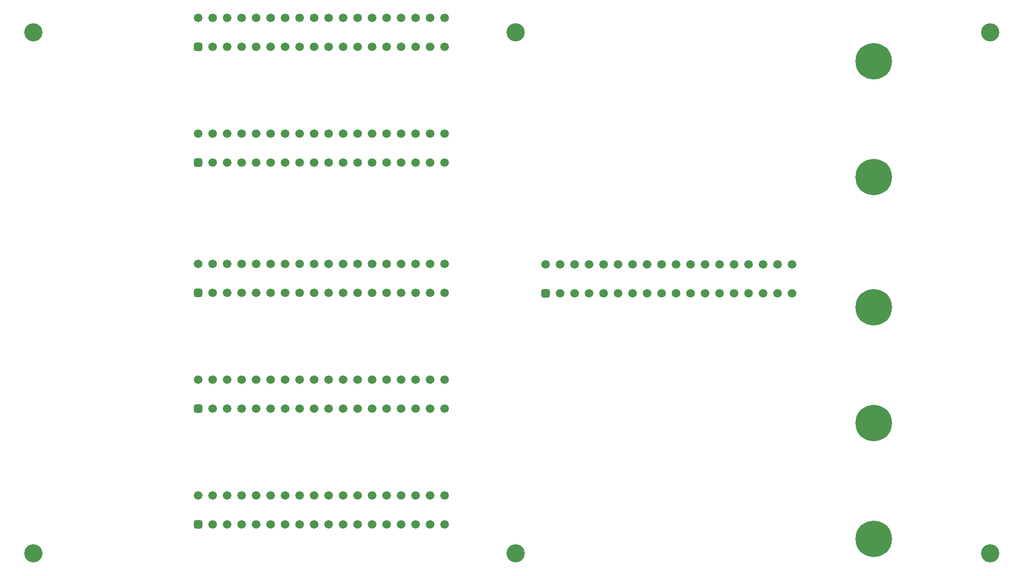
<source format=gts>
%TF.GenerationSoftware,KiCad,Pcbnew,8.0.7*%
%TF.CreationDate,2025-04-27T16:19:10+02:00*%
%TF.ProjectId,GPIO Backplane Board,4750494f-2042-4616-936b-706c616e6520,Pico GPIO Wide*%
%TF.SameCoordinates,Original*%
%TF.FileFunction,Soldermask,Top*%
%TF.FilePolarity,Negative*%
%FSLAX46Y46*%
G04 Gerber Fmt 4.6, Leading zero omitted, Abs format (unit mm)*
G04 Created by KiCad (PCBNEW 8.0.7) date 2025-04-27 16:19:10*
%MOMM*%
%LPD*%
G01*
G04 APERTURE LIST*
G04 Aperture macros list*
%AMRoundRect*
0 Rectangle with rounded corners*
0 $1 Rounding radius*
0 $2 $3 $4 $5 $6 $7 $8 $9 X,Y pos of 4 corners*
0 Add a 4 corners polygon primitive as box body*
4,1,4,$2,$3,$4,$5,$6,$7,$8,$9,$2,$3,0*
0 Add four circle primitives for the rounded corners*
1,1,$1+$1,$2,$3*
1,1,$1+$1,$4,$5*
1,1,$1+$1,$6,$7*
1,1,$1+$1,$8,$9*
0 Add four rect primitives between the rounded corners*
20,1,$1+$1,$2,$3,$4,$5,0*
20,1,$1+$1,$4,$5,$6,$7,0*
20,1,$1+$1,$6,$7,$8,$9,0*
20,1,$1+$1,$8,$9,$2,$3,0*%
G04 Aperture macros list end*
%ADD10C,6.400000*%
%ADD11C,1.500000*%
%ADD12RoundRect,0.375000X0.375000X0.375000X-0.375000X0.375000X-0.375000X-0.375000X0.375000X-0.375000X0*%
%ADD13C,3.200000*%
G04 APERTURE END LIST*
D10*
%TO.C,H1*%
X149758400Y22860000D03*
%TD*%
D11*
%TO.C,J6*%
X74549000Y30480000D03*
X74549000Y25400000D03*
X72009000Y30480000D03*
X72009001Y25400000D03*
X69469000Y30480000D03*
X69468999Y25400000D03*
X66929001Y30480000D03*
X66929000Y25400000D03*
X64388999Y30480000D03*
X64389000Y25400000D03*
X61849000Y30480000D03*
X61849000Y25400000D03*
X59309000Y30480000D03*
X59308999Y25400000D03*
X56769000Y30480000D03*
X56769000Y25400000D03*
X54229000Y30479999D03*
X54229000Y25400000D03*
X51689000Y30480000D03*
X51689000Y25400000D03*
X49149000Y30480000D03*
X49149001Y25400000D03*
X46609000Y30480000D03*
X46609000Y25400000D03*
X44069001Y30480000D03*
X44069000Y25400000D03*
X41528999Y30480000D03*
X41529000Y25400000D03*
X38989000Y30480000D03*
X38989000Y25400000D03*
X36449000Y30480000D03*
X36448999Y25400000D03*
X33909000Y30480000D03*
X33909000Y25400000D03*
X31369000Y30479999D03*
D12*
X31369000Y25400000D03*
%TD*%
D10*
%TO.C,H2*%
X149758400Y2540000D03*
%TD*%
D13*
%TO.C,H8*%
X2540000Y-63500000D03*
%TD*%
D10*
%TO.C,H3*%
X149758400Y-40640000D03*
%TD*%
%TO.C,H4*%
X149758400Y-60960000D03*
%TD*%
D11*
%TO.C,J1*%
X74549000Y-53340000D03*
X74549000Y-58420000D03*
X72009000Y-53340000D03*
X72009001Y-58420000D03*
X69469000Y-53340000D03*
X69468999Y-58420000D03*
X66929001Y-53340000D03*
X66929000Y-58420000D03*
X64388999Y-53340000D03*
X64389000Y-58420000D03*
X61849000Y-53340000D03*
X61849000Y-58420000D03*
X59309000Y-53340000D03*
X59308999Y-58420000D03*
X56769000Y-53340000D03*
X56769000Y-58420000D03*
X54229000Y-53340001D03*
X54229000Y-58420000D03*
X51689000Y-53340000D03*
X51689000Y-58420000D03*
X49149000Y-53340000D03*
X49149001Y-58420000D03*
X46609000Y-53340000D03*
X46609000Y-58420000D03*
X44069001Y-53340000D03*
X44069000Y-58420000D03*
X41528999Y-53340000D03*
X41529000Y-58420000D03*
X38989000Y-53340000D03*
X38989000Y-58420000D03*
X36449000Y-53340000D03*
X36448999Y-58420000D03*
X33909000Y-53340000D03*
X33909000Y-58420000D03*
X31369000Y-53340001D03*
D12*
X31369000Y-58420000D03*
%TD*%
D11*
%TO.C,J3*%
X74549000Y-33020000D03*
X74549000Y-38100000D03*
X72009000Y-33020000D03*
X72009001Y-38100000D03*
X69469000Y-33020000D03*
X69468999Y-38100000D03*
X66929001Y-33020000D03*
X66929000Y-38100000D03*
X64388999Y-33020000D03*
X64389000Y-38100000D03*
X61849000Y-33020000D03*
X61849000Y-38100000D03*
X59309000Y-33020000D03*
X59308999Y-38100000D03*
X56769000Y-33020000D03*
X56769000Y-38100000D03*
X54229000Y-33020001D03*
X54229000Y-38100000D03*
X51689000Y-33020000D03*
X51689000Y-38100000D03*
X49149000Y-33020000D03*
X49149001Y-38100000D03*
X46609000Y-33020000D03*
X46609000Y-38100000D03*
X44069001Y-33020000D03*
X44069000Y-38100000D03*
X41528999Y-33020000D03*
X41529000Y-38100000D03*
X38989000Y-33020000D03*
X38989000Y-38100000D03*
X36449000Y-33020000D03*
X36448999Y-38100000D03*
X33909000Y-33020000D03*
X33909000Y-38100000D03*
X31369000Y-33020001D03*
D12*
X31369000Y-38100000D03*
%TD*%
D13*
%TO.C,H9*%
X170180000Y-63500000D03*
%TD*%
D11*
%TO.C,J5*%
X74549000Y10160000D03*
X74549000Y5080000D03*
X72009000Y10160000D03*
X72009001Y5080000D03*
X69469000Y10160000D03*
X69468999Y5080000D03*
X66929001Y10160000D03*
X66929000Y5080000D03*
X64388999Y10160000D03*
X64389000Y5080000D03*
X61849000Y10160000D03*
X61849000Y5080000D03*
X59309000Y10160000D03*
X59308999Y5080000D03*
X56769000Y10160000D03*
X56769000Y5080000D03*
X54229000Y10159999D03*
X54229000Y5080000D03*
X51689000Y10160000D03*
X51689000Y5080000D03*
X49149000Y10160000D03*
X49149001Y5080000D03*
X46609000Y10160000D03*
X46609000Y5080000D03*
X44069001Y10160000D03*
X44069000Y5080000D03*
X41528999Y10160000D03*
X41529000Y5080000D03*
X38989000Y10160000D03*
X38989000Y5080000D03*
X36449000Y10160000D03*
X36448999Y5080000D03*
X33909000Y10160000D03*
X33909000Y5080000D03*
X31369000Y10159999D03*
D12*
X31369000Y5080000D03*
%TD*%
D11*
%TO.C,J2*%
X74549000Y-12700000D03*
X74549000Y-17780000D03*
X72009000Y-12700000D03*
X72009001Y-17780000D03*
X69469000Y-12700000D03*
X69468999Y-17780000D03*
X66929001Y-12700000D03*
X66929000Y-17780000D03*
X64388999Y-12700000D03*
X64389000Y-17780000D03*
X61849000Y-12700000D03*
X61849000Y-17780000D03*
X59309000Y-12700000D03*
X59308999Y-17780000D03*
X56769000Y-12700000D03*
X56769000Y-17780000D03*
X54229000Y-12700001D03*
X54229000Y-17780000D03*
X51689000Y-12700000D03*
X51689000Y-17780000D03*
X49149000Y-12700000D03*
X49149001Y-17780000D03*
X46609000Y-12700000D03*
X46609000Y-17780000D03*
X44069001Y-12700000D03*
X44069000Y-17780000D03*
X41528999Y-12700000D03*
X41529000Y-17780000D03*
X38989000Y-12700000D03*
X38989000Y-17780000D03*
X36449000Y-12700000D03*
X36448999Y-17780000D03*
X33909000Y-12700000D03*
X33909000Y-17780000D03*
X31369000Y-12700001D03*
D12*
X31369000Y-17780000D03*
%TD*%
D13*
%TO.C,H10*%
X86995000Y27940000D03*
%TD*%
D10*
%TO.C,H5*%
X149758400Y-20320000D03*
%TD*%
D13*
%TO.C,H6*%
X2540000Y27940000D03*
%TD*%
%TO.C,H7*%
X170180000Y27940000D03*
%TD*%
%TO.C,H11*%
X86995000Y-63500000D03*
%TD*%
D11*
%TO.C,J4*%
X135418100Y-12827000D03*
X135418100Y-17907000D03*
X132878100Y-12827000D03*
X132878101Y-17907000D03*
X130338100Y-12827000D03*
X130338099Y-17907000D03*
X127798101Y-12827000D03*
X127798100Y-17907000D03*
X125258099Y-12827000D03*
X125258100Y-17907000D03*
X122718100Y-12827000D03*
X122718100Y-17907000D03*
X120178100Y-12827000D03*
X120178099Y-17907000D03*
X117638100Y-12827000D03*
X117638100Y-17907000D03*
X115098100Y-12827001D03*
X115098100Y-17907000D03*
X112558100Y-12827000D03*
X112558100Y-17907000D03*
X110018100Y-12827000D03*
X110018101Y-17907000D03*
X107478100Y-12827000D03*
X107478100Y-17907000D03*
X104938101Y-12827000D03*
X104938100Y-17907000D03*
X102398099Y-12827000D03*
X102398100Y-17907000D03*
X99858100Y-12827000D03*
X99858100Y-17907000D03*
X97318100Y-12827000D03*
X97318099Y-17907000D03*
X94778100Y-12827000D03*
X94778100Y-17907000D03*
X92238100Y-12827001D03*
D12*
X92238100Y-17907000D03*
%TD*%
M02*

</source>
